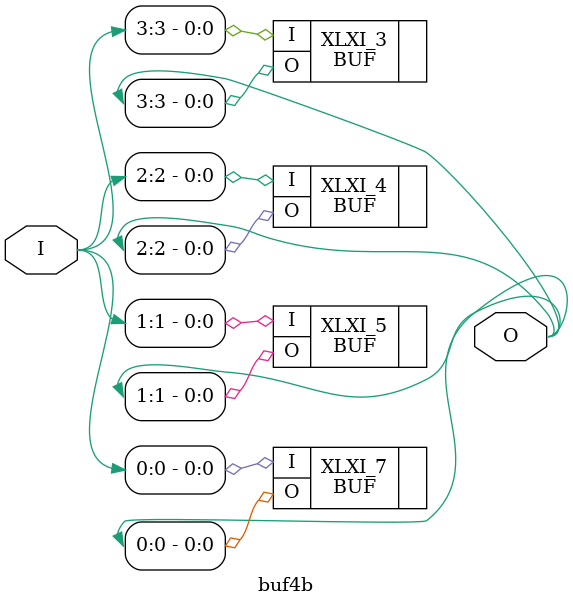
<source format=v>
module buf4b(I, 
             O);

    input [3:0] I;
   output [3:0] O;
   
   
   BUF  XLXI_3 (.I(I[3]), 
               .O(O[3]));
   BUF  XLXI_4 (.I(I[2]), 
               .O(O[2]));
   BUF  XLXI_5 (.I(I[1]), 
               .O(O[1]));
   BUF  XLXI_7 (.I(I[0]), 
               .O(O[0]));
endmodule

</source>
